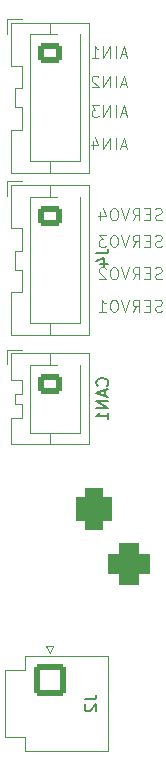
<source format=gbr>
%TF.GenerationSoftware,KiCad,Pcbnew,9.0.0*%
%TF.CreationDate,2025-05-22T12:59:40+09:00*%
%TF.ProjectId,control_unit,636f6e74-726f-46c5-9f75-6e69742e6b69,R1*%
%TF.SameCoordinates,Original*%
%TF.FileFunction,Legend,Bot*%
%TF.FilePolarity,Positive*%
%FSLAX46Y46*%
G04 Gerber Fmt 4.6, Leading zero omitted, Abs format (unit mm)*
G04 Created by KiCad (PCBNEW 9.0.0) date 2025-05-22 12:59:40*
%MOMM*%
%LPD*%
G01*
G04 APERTURE LIST*
G04 Aperture macros list*
%AMRoundRect*
0 Rectangle with rounded corners*
0 $1 Rounding radius*
0 $2 $3 $4 $5 $6 $7 $8 $9 X,Y pos of 4 corners*
0 Add a 4 corners polygon primitive as box body*
4,1,4,$2,$3,$4,$5,$6,$7,$8,$9,$2,$3,0*
0 Add four circle primitives for the rounded corners*
1,1,$1+$1,$2,$3*
1,1,$1+$1,$4,$5*
1,1,$1+$1,$6,$7*
1,1,$1+$1,$8,$9*
0 Add four rect primitives between the rounded corners*
20,1,$1+$1,$2,$3,$4,$5,0*
20,1,$1+$1,$4,$5,$6,$7,0*
20,1,$1+$1,$6,$7,$8,$9,0*
20,1,$1+$1,$8,$9,$2,$3,0*%
G04 Aperture macros list end*
%ADD10C,0.100000*%
%ADD11C,0.150000*%
%ADD12C,0.120000*%
%ADD13C,1.400000*%
%ADD14R,1.800000X1.800000*%
%ADD15C,1.800000*%
%ADD16R,1.700000X1.700000*%
%ADD17O,1.700000X1.700000*%
%ADD18C,3.200000*%
%ADD19C,1.524000*%
%ADD20R,3.500000X3.500000*%
%ADD21RoundRect,0.750000X-0.750000X-1.000000X0.750000X-1.000000X0.750000X1.000000X-0.750000X1.000000X0*%
%ADD22RoundRect,0.875000X-0.875000X-0.875000X0.875000X-0.875000X0.875000X0.875000X-0.875000X0.875000X0*%
%ADD23C,1.250000*%
%ADD24RoundRect,0.250000X-0.725000X0.600000X-0.725000X-0.600000X0.725000X-0.600000X0.725000X0.600000X0*%
%ADD25O,1.950000X1.700000*%
%ADD26RoundRect,0.250001X-1.099999X1.099999X-1.099999X-1.099999X1.099999X-1.099999X1.099999X1.099999X0*%
%ADD27C,2.700000*%
G04 APERTURE END LIST*
D10*
X92019729Y-76435709D02*
X91543539Y-76435709D01*
X92114967Y-76721424D02*
X91781634Y-75721424D01*
X91781634Y-75721424D02*
X91448301Y-76721424D01*
X91114967Y-76721424D02*
X91114967Y-75721424D01*
X90638777Y-76721424D02*
X90638777Y-75721424D01*
X90638777Y-75721424D02*
X90067349Y-76721424D01*
X90067349Y-76721424D02*
X90067349Y-75721424D01*
X89162587Y-76054757D02*
X89162587Y-76721424D01*
X89400682Y-75673805D02*
X89638777Y-76388090D01*
X89638777Y-76388090D02*
X89019730Y-76388090D01*
X92019729Y-73685709D02*
X91543539Y-73685709D01*
X92114967Y-73971424D02*
X91781634Y-72971424D01*
X91781634Y-72971424D02*
X91448301Y-73971424D01*
X91114967Y-73971424D02*
X91114967Y-72971424D01*
X90638777Y-73971424D02*
X90638777Y-72971424D01*
X90638777Y-72971424D02*
X90067349Y-73971424D01*
X90067349Y-73971424D02*
X90067349Y-72971424D01*
X89686396Y-72971424D02*
X89067349Y-72971424D01*
X89067349Y-72971424D02*
X89400682Y-73352376D01*
X89400682Y-73352376D02*
X89257825Y-73352376D01*
X89257825Y-73352376D02*
X89162587Y-73399995D01*
X89162587Y-73399995D02*
X89114968Y-73447614D01*
X89114968Y-73447614D02*
X89067349Y-73542852D01*
X89067349Y-73542852D02*
X89067349Y-73780947D01*
X89067349Y-73780947D02*
X89114968Y-73876185D01*
X89114968Y-73876185D02*
X89162587Y-73923805D01*
X89162587Y-73923805D02*
X89257825Y-73971424D01*
X89257825Y-73971424D02*
X89543539Y-73971424D01*
X89543539Y-73971424D02*
X89638777Y-73923805D01*
X89638777Y-73923805D02*
X89686396Y-73876185D01*
X92019729Y-68685709D02*
X91543539Y-68685709D01*
X92114967Y-68971424D02*
X91781634Y-67971424D01*
X91781634Y-67971424D02*
X91448301Y-68971424D01*
X91114967Y-68971424D02*
X91114967Y-67971424D01*
X90638777Y-68971424D02*
X90638777Y-67971424D01*
X90638777Y-67971424D02*
X90067349Y-68971424D01*
X90067349Y-68971424D02*
X90067349Y-67971424D01*
X89067349Y-68971424D02*
X89638777Y-68971424D01*
X89353063Y-68971424D02*
X89353063Y-67971424D01*
X89353063Y-67971424D02*
X89448301Y-68114281D01*
X89448301Y-68114281D02*
X89543539Y-68209519D01*
X89543539Y-68209519D02*
X89638777Y-68257138D01*
X95019729Y-90423805D02*
X94876872Y-90471424D01*
X94876872Y-90471424D02*
X94638777Y-90471424D01*
X94638777Y-90471424D02*
X94543539Y-90423805D01*
X94543539Y-90423805D02*
X94495920Y-90376185D01*
X94495920Y-90376185D02*
X94448301Y-90280947D01*
X94448301Y-90280947D02*
X94448301Y-90185709D01*
X94448301Y-90185709D02*
X94495920Y-90090471D01*
X94495920Y-90090471D02*
X94543539Y-90042852D01*
X94543539Y-90042852D02*
X94638777Y-89995233D01*
X94638777Y-89995233D02*
X94829253Y-89947614D01*
X94829253Y-89947614D02*
X94924491Y-89899995D01*
X94924491Y-89899995D02*
X94972110Y-89852376D01*
X94972110Y-89852376D02*
X95019729Y-89757138D01*
X95019729Y-89757138D02*
X95019729Y-89661900D01*
X95019729Y-89661900D02*
X94972110Y-89566662D01*
X94972110Y-89566662D02*
X94924491Y-89519043D01*
X94924491Y-89519043D02*
X94829253Y-89471424D01*
X94829253Y-89471424D02*
X94591158Y-89471424D01*
X94591158Y-89471424D02*
X94448301Y-89519043D01*
X94019729Y-89947614D02*
X93686396Y-89947614D01*
X93543539Y-90471424D02*
X94019729Y-90471424D01*
X94019729Y-90471424D02*
X94019729Y-89471424D01*
X94019729Y-89471424D02*
X93543539Y-89471424D01*
X92543539Y-90471424D02*
X92876872Y-89995233D01*
X93114967Y-90471424D02*
X93114967Y-89471424D01*
X93114967Y-89471424D02*
X92734015Y-89471424D01*
X92734015Y-89471424D02*
X92638777Y-89519043D01*
X92638777Y-89519043D02*
X92591158Y-89566662D01*
X92591158Y-89566662D02*
X92543539Y-89661900D01*
X92543539Y-89661900D02*
X92543539Y-89804757D01*
X92543539Y-89804757D02*
X92591158Y-89899995D01*
X92591158Y-89899995D02*
X92638777Y-89947614D01*
X92638777Y-89947614D02*
X92734015Y-89995233D01*
X92734015Y-89995233D02*
X93114967Y-89995233D01*
X92257824Y-89471424D02*
X91924491Y-90471424D01*
X91924491Y-90471424D02*
X91591158Y-89471424D01*
X91067348Y-89471424D02*
X90876872Y-89471424D01*
X90876872Y-89471424D02*
X90781634Y-89519043D01*
X90781634Y-89519043D02*
X90686396Y-89614281D01*
X90686396Y-89614281D02*
X90638777Y-89804757D01*
X90638777Y-89804757D02*
X90638777Y-90138090D01*
X90638777Y-90138090D02*
X90686396Y-90328566D01*
X90686396Y-90328566D02*
X90781634Y-90423805D01*
X90781634Y-90423805D02*
X90876872Y-90471424D01*
X90876872Y-90471424D02*
X91067348Y-90471424D01*
X91067348Y-90471424D02*
X91162586Y-90423805D01*
X91162586Y-90423805D02*
X91257824Y-90328566D01*
X91257824Y-90328566D02*
X91305443Y-90138090D01*
X91305443Y-90138090D02*
X91305443Y-89804757D01*
X91305443Y-89804757D02*
X91257824Y-89614281D01*
X91257824Y-89614281D02*
X91162586Y-89519043D01*
X91162586Y-89519043D02*
X91067348Y-89471424D01*
X89686396Y-90471424D02*
X90257824Y-90471424D01*
X89972110Y-90471424D02*
X89972110Y-89471424D01*
X89972110Y-89471424D02*
X90067348Y-89614281D01*
X90067348Y-89614281D02*
X90162586Y-89709519D01*
X90162586Y-89709519D02*
X90257824Y-89757138D01*
X95019729Y-84923805D02*
X94876872Y-84971424D01*
X94876872Y-84971424D02*
X94638777Y-84971424D01*
X94638777Y-84971424D02*
X94543539Y-84923805D01*
X94543539Y-84923805D02*
X94495920Y-84876185D01*
X94495920Y-84876185D02*
X94448301Y-84780947D01*
X94448301Y-84780947D02*
X94448301Y-84685709D01*
X94448301Y-84685709D02*
X94495920Y-84590471D01*
X94495920Y-84590471D02*
X94543539Y-84542852D01*
X94543539Y-84542852D02*
X94638777Y-84495233D01*
X94638777Y-84495233D02*
X94829253Y-84447614D01*
X94829253Y-84447614D02*
X94924491Y-84399995D01*
X94924491Y-84399995D02*
X94972110Y-84352376D01*
X94972110Y-84352376D02*
X95019729Y-84257138D01*
X95019729Y-84257138D02*
X95019729Y-84161900D01*
X95019729Y-84161900D02*
X94972110Y-84066662D01*
X94972110Y-84066662D02*
X94924491Y-84019043D01*
X94924491Y-84019043D02*
X94829253Y-83971424D01*
X94829253Y-83971424D02*
X94591158Y-83971424D01*
X94591158Y-83971424D02*
X94448301Y-84019043D01*
X94019729Y-84447614D02*
X93686396Y-84447614D01*
X93543539Y-84971424D02*
X94019729Y-84971424D01*
X94019729Y-84971424D02*
X94019729Y-83971424D01*
X94019729Y-83971424D02*
X93543539Y-83971424D01*
X92543539Y-84971424D02*
X92876872Y-84495233D01*
X93114967Y-84971424D02*
X93114967Y-83971424D01*
X93114967Y-83971424D02*
X92734015Y-83971424D01*
X92734015Y-83971424D02*
X92638777Y-84019043D01*
X92638777Y-84019043D02*
X92591158Y-84066662D01*
X92591158Y-84066662D02*
X92543539Y-84161900D01*
X92543539Y-84161900D02*
X92543539Y-84304757D01*
X92543539Y-84304757D02*
X92591158Y-84399995D01*
X92591158Y-84399995D02*
X92638777Y-84447614D01*
X92638777Y-84447614D02*
X92734015Y-84495233D01*
X92734015Y-84495233D02*
X93114967Y-84495233D01*
X92257824Y-83971424D02*
X91924491Y-84971424D01*
X91924491Y-84971424D02*
X91591158Y-83971424D01*
X91067348Y-83971424D02*
X90876872Y-83971424D01*
X90876872Y-83971424D02*
X90781634Y-84019043D01*
X90781634Y-84019043D02*
X90686396Y-84114281D01*
X90686396Y-84114281D02*
X90638777Y-84304757D01*
X90638777Y-84304757D02*
X90638777Y-84638090D01*
X90638777Y-84638090D02*
X90686396Y-84828566D01*
X90686396Y-84828566D02*
X90781634Y-84923805D01*
X90781634Y-84923805D02*
X90876872Y-84971424D01*
X90876872Y-84971424D02*
X91067348Y-84971424D01*
X91067348Y-84971424D02*
X91162586Y-84923805D01*
X91162586Y-84923805D02*
X91257824Y-84828566D01*
X91257824Y-84828566D02*
X91305443Y-84638090D01*
X91305443Y-84638090D02*
X91305443Y-84304757D01*
X91305443Y-84304757D02*
X91257824Y-84114281D01*
X91257824Y-84114281D02*
X91162586Y-84019043D01*
X91162586Y-84019043D02*
X91067348Y-83971424D01*
X90305443Y-83971424D02*
X89686396Y-83971424D01*
X89686396Y-83971424D02*
X90019729Y-84352376D01*
X90019729Y-84352376D02*
X89876872Y-84352376D01*
X89876872Y-84352376D02*
X89781634Y-84399995D01*
X89781634Y-84399995D02*
X89734015Y-84447614D01*
X89734015Y-84447614D02*
X89686396Y-84542852D01*
X89686396Y-84542852D02*
X89686396Y-84780947D01*
X89686396Y-84780947D02*
X89734015Y-84876185D01*
X89734015Y-84876185D02*
X89781634Y-84923805D01*
X89781634Y-84923805D02*
X89876872Y-84971424D01*
X89876872Y-84971424D02*
X90162586Y-84971424D01*
X90162586Y-84971424D02*
X90257824Y-84923805D01*
X90257824Y-84923805D02*
X90305443Y-84876185D01*
X92019729Y-71185709D02*
X91543539Y-71185709D01*
X92114967Y-71471424D02*
X91781634Y-70471424D01*
X91781634Y-70471424D02*
X91448301Y-71471424D01*
X91114967Y-71471424D02*
X91114967Y-70471424D01*
X90638777Y-71471424D02*
X90638777Y-70471424D01*
X90638777Y-70471424D02*
X90067349Y-71471424D01*
X90067349Y-71471424D02*
X90067349Y-70471424D01*
X89638777Y-70566662D02*
X89591158Y-70519043D01*
X89591158Y-70519043D02*
X89495920Y-70471424D01*
X89495920Y-70471424D02*
X89257825Y-70471424D01*
X89257825Y-70471424D02*
X89162587Y-70519043D01*
X89162587Y-70519043D02*
X89114968Y-70566662D01*
X89114968Y-70566662D02*
X89067349Y-70661900D01*
X89067349Y-70661900D02*
X89067349Y-70757138D01*
X89067349Y-70757138D02*
X89114968Y-70899995D01*
X89114968Y-70899995D02*
X89686396Y-71471424D01*
X89686396Y-71471424D02*
X89067349Y-71471424D01*
X95019729Y-87673805D02*
X94876872Y-87721424D01*
X94876872Y-87721424D02*
X94638777Y-87721424D01*
X94638777Y-87721424D02*
X94543539Y-87673805D01*
X94543539Y-87673805D02*
X94495920Y-87626185D01*
X94495920Y-87626185D02*
X94448301Y-87530947D01*
X94448301Y-87530947D02*
X94448301Y-87435709D01*
X94448301Y-87435709D02*
X94495920Y-87340471D01*
X94495920Y-87340471D02*
X94543539Y-87292852D01*
X94543539Y-87292852D02*
X94638777Y-87245233D01*
X94638777Y-87245233D02*
X94829253Y-87197614D01*
X94829253Y-87197614D02*
X94924491Y-87149995D01*
X94924491Y-87149995D02*
X94972110Y-87102376D01*
X94972110Y-87102376D02*
X95019729Y-87007138D01*
X95019729Y-87007138D02*
X95019729Y-86911900D01*
X95019729Y-86911900D02*
X94972110Y-86816662D01*
X94972110Y-86816662D02*
X94924491Y-86769043D01*
X94924491Y-86769043D02*
X94829253Y-86721424D01*
X94829253Y-86721424D02*
X94591158Y-86721424D01*
X94591158Y-86721424D02*
X94448301Y-86769043D01*
X94019729Y-87197614D02*
X93686396Y-87197614D01*
X93543539Y-87721424D02*
X94019729Y-87721424D01*
X94019729Y-87721424D02*
X94019729Y-86721424D01*
X94019729Y-86721424D02*
X93543539Y-86721424D01*
X92543539Y-87721424D02*
X92876872Y-87245233D01*
X93114967Y-87721424D02*
X93114967Y-86721424D01*
X93114967Y-86721424D02*
X92734015Y-86721424D01*
X92734015Y-86721424D02*
X92638777Y-86769043D01*
X92638777Y-86769043D02*
X92591158Y-86816662D01*
X92591158Y-86816662D02*
X92543539Y-86911900D01*
X92543539Y-86911900D02*
X92543539Y-87054757D01*
X92543539Y-87054757D02*
X92591158Y-87149995D01*
X92591158Y-87149995D02*
X92638777Y-87197614D01*
X92638777Y-87197614D02*
X92734015Y-87245233D01*
X92734015Y-87245233D02*
X93114967Y-87245233D01*
X92257824Y-86721424D02*
X91924491Y-87721424D01*
X91924491Y-87721424D02*
X91591158Y-86721424D01*
X91067348Y-86721424D02*
X90876872Y-86721424D01*
X90876872Y-86721424D02*
X90781634Y-86769043D01*
X90781634Y-86769043D02*
X90686396Y-86864281D01*
X90686396Y-86864281D02*
X90638777Y-87054757D01*
X90638777Y-87054757D02*
X90638777Y-87388090D01*
X90638777Y-87388090D02*
X90686396Y-87578566D01*
X90686396Y-87578566D02*
X90781634Y-87673805D01*
X90781634Y-87673805D02*
X90876872Y-87721424D01*
X90876872Y-87721424D02*
X91067348Y-87721424D01*
X91067348Y-87721424D02*
X91162586Y-87673805D01*
X91162586Y-87673805D02*
X91257824Y-87578566D01*
X91257824Y-87578566D02*
X91305443Y-87388090D01*
X91305443Y-87388090D02*
X91305443Y-87054757D01*
X91305443Y-87054757D02*
X91257824Y-86864281D01*
X91257824Y-86864281D02*
X91162586Y-86769043D01*
X91162586Y-86769043D02*
X91067348Y-86721424D01*
X90257824Y-86816662D02*
X90210205Y-86769043D01*
X90210205Y-86769043D02*
X90114967Y-86721424D01*
X90114967Y-86721424D02*
X89876872Y-86721424D01*
X89876872Y-86721424D02*
X89781634Y-86769043D01*
X89781634Y-86769043D02*
X89734015Y-86816662D01*
X89734015Y-86816662D02*
X89686396Y-86911900D01*
X89686396Y-86911900D02*
X89686396Y-87007138D01*
X89686396Y-87007138D02*
X89734015Y-87149995D01*
X89734015Y-87149995D02*
X90305443Y-87721424D01*
X90305443Y-87721424D02*
X89686396Y-87721424D01*
X95019729Y-82673805D02*
X94876872Y-82721424D01*
X94876872Y-82721424D02*
X94638777Y-82721424D01*
X94638777Y-82721424D02*
X94543539Y-82673805D01*
X94543539Y-82673805D02*
X94495920Y-82626185D01*
X94495920Y-82626185D02*
X94448301Y-82530947D01*
X94448301Y-82530947D02*
X94448301Y-82435709D01*
X94448301Y-82435709D02*
X94495920Y-82340471D01*
X94495920Y-82340471D02*
X94543539Y-82292852D01*
X94543539Y-82292852D02*
X94638777Y-82245233D01*
X94638777Y-82245233D02*
X94829253Y-82197614D01*
X94829253Y-82197614D02*
X94924491Y-82149995D01*
X94924491Y-82149995D02*
X94972110Y-82102376D01*
X94972110Y-82102376D02*
X95019729Y-82007138D01*
X95019729Y-82007138D02*
X95019729Y-81911900D01*
X95019729Y-81911900D02*
X94972110Y-81816662D01*
X94972110Y-81816662D02*
X94924491Y-81769043D01*
X94924491Y-81769043D02*
X94829253Y-81721424D01*
X94829253Y-81721424D02*
X94591158Y-81721424D01*
X94591158Y-81721424D02*
X94448301Y-81769043D01*
X94019729Y-82197614D02*
X93686396Y-82197614D01*
X93543539Y-82721424D02*
X94019729Y-82721424D01*
X94019729Y-82721424D02*
X94019729Y-81721424D01*
X94019729Y-81721424D02*
X93543539Y-81721424D01*
X92543539Y-82721424D02*
X92876872Y-82245233D01*
X93114967Y-82721424D02*
X93114967Y-81721424D01*
X93114967Y-81721424D02*
X92734015Y-81721424D01*
X92734015Y-81721424D02*
X92638777Y-81769043D01*
X92638777Y-81769043D02*
X92591158Y-81816662D01*
X92591158Y-81816662D02*
X92543539Y-81911900D01*
X92543539Y-81911900D02*
X92543539Y-82054757D01*
X92543539Y-82054757D02*
X92591158Y-82149995D01*
X92591158Y-82149995D02*
X92638777Y-82197614D01*
X92638777Y-82197614D02*
X92734015Y-82245233D01*
X92734015Y-82245233D02*
X93114967Y-82245233D01*
X92257824Y-81721424D02*
X91924491Y-82721424D01*
X91924491Y-82721424D02*
X91591158Y-81721424D01*
X91067348Y-81721424D02*
X90876872Y-81721424D01*
X90876872Y-81721424D02*
X90781634Y-81769043D01*
X90781634Y-81769043D02*
X90686396Y-81864281D01*
X90686396Y-81864281D02*
X90638777Y-82054757D01*
X90638777Y-82054757D02*
X90638777Y-82388090D01*
X90638777Y-82388090D02*
X90686396Y-82578566D01*
X90686396Y-82578566D02*
X90781634Y-82673805D01*
X90781634Y-82673805D02*
X90876872Y-82721424D01*
X90876872Y-82721424D02*
X91067348Y-82721424D01*
X91067348Y-82721424D02*
X91162586Y-82673805D01*
X91162586Y-82673805D02*
X91257824Y-82578566D01*
X91257824Y-82578566D02*
X91305443Y-82388090D01*
X91305443Y-82388090D02*
X91305443Y-82054757D01*
X91305443Y-82054757D02*
X91257824Y-81864281D01*
X91257824Y-81864281D02*
X91162586Y-81769043D01*
X91162586Y-81769043D02*
X91067348Y-81721424D01*
X89781634Y-82054757D02*
X89781634Y-82721424D01*
X90019729Y-81673805D02*
X90257824Y-82388090D01*
X90257824Y-82388090D02*
X89638777Y-82388090D01*
D11*
X89480814Y-85515671D02*
X90195099Y-85515671D01*
X90195099Y-85515671D02*
X90337956Y-85468052D01*
X90337956Y-85468052D02*
X90433195Y-85372814D01*
X90433195Y-85372814D02*
X90480814Y-85229957D01*
X90480814Y-85229957D02*
X90480814Y-85134719D01*
X89814147Y-86420433D02*
X90480814Y-86420433D01*
X89433195Y-86182338D02*
X90147480Y-85944243D01*
X90147480Y-85944243D02*
X90147480Y-86563290D01*
X90385575Y-96729957D02*
X90433195Y-96682338D01*
X90433195Y-96682338D02*
X90480814Y-96539481D01*
X90480814Y-96539481D02*
X90480814Y-96444243D01*
X90480814Y-96444243D02*
X90433195Y-96301386D01*
X90433195Y-96301386D02*
X90337956Y-96206148D01*
X90337956Y-96206148D02*
X90242718Y-96158529D01*
X90242718Y-96158529D02*
X90052242Y-96110910D01*
X90052242Y-96110910D02*
X89909385Y-96110910D01*
X89909385Y-96110910D02*
X89718909Y-96158529D01*
X89718909Y-96158529D02*
X89623671Y-96206148D01*
X89623671Y-96206148D02*
X89528433Y-96301386D01*
X89528433Y-96301386D02*
X89480814Y-96444243D01*
X89480814Y-96444243D02*
X89480814Y-96539481D01*
X89480814Y-96539481D02*
X89528433Y-96682338D01*
X89528433Y-96682338D02*
X89576052Y-96729957D01*
X90195099Y-97110910D02*
X90195099Y-97587100D01*
X90480814Y-97015672D02*
X89480814Y-97349005D01*
X89480814Y-97349005D02*
X90480814Y-97682338D01*
X90480814Y-98015672D02*
X89480814Y-98015672D01*
X89480814Y-98015672D02*
X90480814Y-98587100D01*
X90480814Y-98587100D02*
X89480814Y-98587100D01*
X90480814Y-99587100D02*
X90480814Y-99015672D01*
X90480814Y-99301386D02*
X89480814Y-99301386D01*
X89480814Y-99301386D02*
X89623671Y-99206148D01*
X89623671Y-99206148D02*
X89718909Y-99110910D01*
X89718909Y-99110910D02*
X89766528Y-99015672D01*
X88480814Y-123285671D02*
X89195099Y-123285671D01*
X89195099Y-123285671D02*
X89337956Y-123238052D01*
X89337956Y-123238052D02*
X89433195Y-123142814D01*
X89433195Y-123142814D02*
X89480814Y-122999957D01*
X89480814Y-122999957D02*
X89480814Y-122904719D01*
X88576052Y-123714243D02*
X88528433Y-123761862D01*
X88528433Y-123761862D02*
X88480814Y-123857100D01*
X88480814Y-123857100D02*
X88480814Y-124095195D01*
X88480814Y-124095195D02*
X88528433Y-124190433D01*
X88528433Y-124190433D02*
X88576052Y-124238052D01*
X88576052Y-124238052D02*
X88671290Y-124285671D01*
X88671290Y-124285671D02*
X88766528Y-124285671D01*
X88766528Y-124285671D02*
X88909385Y-124238052D01*
X88909385Y-124238052D02*
X89480814Y-123666624D01*
X89480814Y-123666624D02*
X89480814Y-124285671D01*
D12*
%TO.C,J4*%
X81915995Y-79439005D02*
X83165995Y-79439005D01*
X81915995Y-80689005D02*
X81915995Y-79439005D01*
X82215995Y-79739005D02*
X88835995Y-79739005D01*
X82215995Y-83399005D02*
X82215995Y-79739005D01*
X82215995Y-88799005D02*
X83215995Y-88799005D01*
X82215995Y-92459005D02*
X82215995Y-88799005D01*
X82615995Y-85299005D02*
X83215995Y-85299005D01*
X82615995Y-86899005D02*
X82615995Y-85299005D01*
X83215995Y-83399005D02*
X82215995Y-83399005D01*
X83215995Y-85299005D02*
X83215995Y-83399005D01*
X83215995Y-86899005D02*
X82615995Y-86899005D01*
X83215995Y-88799005D02*
X83215995Y-86899005D01*
X83825995Y-80749005D02*
X83825995Y-91449005D01*
X83825995Y-91449005D02*
X88125995Y-91449005D01*
X85525995Y-79739005D02*
X85525995Y-80749005D01*
X85525995Y-92459005D02*
X85525995Y-91449005D01*
X86125995Y-80749005D02*
X83825995Y-80749005D01*
X88125995Y-91449005D02*
X88125995Y-80749005D01*
X88835995Y-79739005D02*
X88835995Y-92459005D01*
X88835995Y-92459005D02*
X82215995Y-92459005D01*
%TO.C,CAN1*%
X81915995Y-93689005D02*
X83165995Y-93689005D01*
X81915995Y-94939005D02*
X81915995Y-93689005D01*
X82215995Y-93989005D02*
X88835995Y-93989005D01*
X82215995Y-96249005D02*
X82215995Y-93989005D01*
X82215995Y-99449005D02*
X83215995Y-99449005D01*
X82215995Y-101709005D02*
X82215995Y-99449005D01*
X82615995Y-97449005D02*
X83215995Y-97449005D01*
X82615995Y-98249005D02*
X82615995Y-97449005D01*
X83215995Y-96249005D02*
X82215995Y-96249005D01*
X83215995Y-97449005D02*
X83215995Y-96249005D01*
X83215995Y-98249005D02*
X82615995Y-98249005D01*
X83215995Y-99449005D02*
X83215995Y-98249005D01*
X83825995Y-94999005D02*
X83825995Y-100699005D01*
X83825995Y-100699005D02*
X88125995Y-100699005D01*
X85525995Y-93989005D02*
X85525995Y-94999005D01*
X85525995Y-101709005D02*
X85525995Y-100699005D01*
X86125995Y-94999005D02*
X83825995Y-94999005D01*
X88125995Y-100699005D02*
X88125995Y-94999005D01*
X88835995Y-93989005D02*
X88835995Y-101709005D01*
X88835995Y-101709005D02*
X82215995Y-101709005D01*
%TO.C,J2*%
X81715995Y-120779005D02*
X81715995Y-126459005D01*
X81715995Y-126459005D02*
X83415995Y-126459005D01*
X83415995Y-119579005D02*
X83415995Y-120779005D01*
X83415995Y-120779005D02*
X81715995Y-120779005D01*
X83415995Y-126459005D02*
X83415995Y-127659005D01*
X83415995Y-127659005D02*
X90435995Y-127659005D01*
X85225995Y-118779005D02*
X85525995Y-119379005D01*
X85525995Y-119379005D02*
X85825995Y-118779005D01*
X85825995Y-118779005D02*
X85225995Y-118779005D01*
X90435995Y-119579005D02*
X83415995Y-119579005D01*
X90435995Y-127659005D02*
X90435995Y-119579005D01*
%TO.C,Analog_IN1*%
X81915995Y-65689005D02*
X83165995Y-65689005D01*
X81915995Y-66939005D02*
X81915995Y-65689005D01*
X82215995Y-65989005D02*
X88835995Y-65989005D01*
X82215995Y-69649005D02*
X82215995Y-65989005D01*
X82215995Y-75049005D02*
X83215995Y-75049005D01*
X82215995Y-78709005D02*
X82215995Y-75049005D01*
X82615995Y-71549005D02*
X83215995Y-71549005D01*
X82615995Y-73149005D02*
X82615995Y-71549005D01*
X83215995Y-69649005D02*
X82215995Y-69649005D01*
X83215995Y-71549005D02*
X83215995Y-69649005D01*
X83215995Y-73149005D02*
X82615995Y-73149005D01*
X83215995Y-75049005D02*
X83215995Y-73149005D01*
X83825995Y-66999005D02*
X83825995Y-77699005D01*
X83825995Y-77699005D02*
X88125995Y-77699005D01*
X85525995Y-65989005D02*
X85525995Y-66999005D01*
X85525995Y-78709005D02*
X85525995Y-77699005D01*
X86125995Y-66999005D02*
X83825995Y-66999005D01*
X88125995Y-77699005D02*
X88125995Y-66999005D01*
X88835995Y-65989005D02*
X88835995Y-78709005D01*
X88835995Y-78709005D02*
X82215995Y-78709005D01*
%TD*%
%LPC*%
D13*
%TO.C,TP2*%
X86525995Y-133849005D03*
%TD*%
%TO.C,JP1*%
X148852195Y-91234005D03*
X151392195Y-91234005D03*
%TD*%
D14*
%TO.C,R11*%
X158775995Y-89849005D03*
X156235995Y-87309005D03*
X158775995Y-84769005D03*
%TD*%
D15*
%TO.C,U15*%
X152085995Y-95789005D03*
X149545995Y-95789005D03*
X147005995Y-95789005D03*
X144465995Y-95789005D03*
X144465995Y-103409005D03*
X147005995Y-103409005D03*
X149545995Y-103409005D03*
X152085995Y-103409005D03*
%TD*%
D16*
%TO.C,J7*%
X157775995Y-124074005D03*
D17*
X157775995Y-126614005D03*
X157775995Y-129154005D03*
%TD*%
D16*
%TO.C,M2*%
X100525995Y-105324005D03*
D17*
X100525995Y-107864005D03*
%TD*%
D18*
%TO.C,H1*%
X86025995Y-57099005D03*
%TD*%
%TO.C,U2*%
X94025995Y-68599005D03*
X94075995Y-117599005D03*
X105525995Y-76349005D03*
X105525995Y-100349005D03*
X129525995Y-76349005D03*
X129525995Y-100349005D03*
X152025995Y-68599005D03*
X152025995Y-117599005D03*
D19*
X98895995Y-69869005D03*
X98895995Y-67329005D03*
X101435995Y-69869005D03*
X101435995Y-67329005D03*
X103975995Y-69869005D03*
X103975995Y-67329005D03*
X106515995Y-69869005D03*
X106515995Y-67329005D03*
X109055995Y-69869005D03*
X109055995Y-67329005D03*
X111595995Y-69869005D03*
X111595995Y-67329005D03*
X114135995Y-69869005D03*
X114135995Y-67329005D03*
X116675995Y-69869005D03*
X116675995Y-67329005D03*
X119215995Y-69869005D03*
X119215995Y-67329005D03*
X121755995Y-69869005D03*
X121755995Y-67329005D03*
X124295995Y-69869005D03*
X124295995Y-67329005D03*
X126835995Y-69869005D03*
X126835995Y-67329005D03*
X129375995Y-69869005D03*
X129375995Y-67329005D03*
X131915995Y-69869005D03*
X131915995Y-67329005D03*
X134455995Y-69869005D03*
X134455995Y-67329005D03*
X136995995Y-69869005D03*
X136995995Y-67329005D03*
X139535995Y-69869005D03*
X139535995Y-67329005D03*
X142075995Y-69869005D03*
X142075995Y-67329005D03*
X144615995Y-69869005D03*
X144615995Y-67329005D03*
X147155995Y-69869005D03*
X147155995Y-67329005D03*
%TD*%
D18*
%TO.C,H4*%
X176025995Y-57099005D03*
%TD*%
D20*
%TO.C,J9*%
X95250000Y-107141505D03*
D21*
X89250000Y-107141505D03*
D22*
X92250000Y-111841505D03*
%TD*%
D16*
%TO.C,J5*%
X149275995Y-124059005D03*
D17*
X149275995Y-126599005D03*
X149275995Y-129139005D03*
%TD*%
D16*
%TO.C,J8*%
X162275995Y-124059005D03*
D17*
X162275995Y-126599005D03*
X162275995Y-129139005D03*
%TD*%
D18*
%TO.C,H6*%
X176025995Y-124599005D03*
%TD*%
D16*
%TO.C,J1*%
X166500995Y-128824005D03*
D17*
X169040995Y-128824005D03*
X166500995Y-131364005D03*
X169040995Y-131364005D03*
X166500995Y-133904005D03*
X169040995Y-133904005D03*
%TD*%
D16*
%TO.C,CAN2*%
X91775995Y-96599005D03*
D17*
X91775995Y-99139005D03*
%TD*%
D16*
%TO.C,J6*%
X153525995Y-124059005D03*
D17*
X153525995Y-126599005D03*
X153525995Y-129139005D03*
%TD*%
D13*
%TO.C,TP1*%
X124425995Y-106299005D03*
%TD*%
D18*
%TO.C,H3*%
X176025995Y-142099005D03*
%TD*%
%TO.C,H5*%
X176025995Y-74599005D03*
%TD*%
D16*
%TO.C,M1*%
X127025995Y-110559005D03*
D17*
X127025995Y-113099005D03*
X127025995Y-115639005D03*
%TD*%
D18*
%TO.C,H2*%
X86025995Y-142099005D03*
%TD*%
D13*
%TO.C,TP4*%
X112525995Y-115349005D03*
%TD*%
D23*
%TO.C,J4*%
X87125995Y-80749005D03*
D24*
X85525995Y-82349005D03*
D25*
X85525995Y-84849005D03*
X85525995Y-87349005D03*
X85525995Y-89849005D03*
%TD*%
D23*
%TO.C,CAN1*%
X87125995Y-94999005D03*
D24*
X85525995Y-96599005D03*
D25*
X85525995Y-99099005D03*
%TD*%
D26*
%TO.C,J2*%
X85525995Y-121639005D03*
D27*
X85525995Y-125599005D03*
%TD*%
D23*
%TO.C,Analog_IN1*%
X87125995Y-66999005D03*
D24*
X85525995Y-68599005D03*
D25*
X85525995Y-71099005D03*
X85525995Y-73599005D03*
X85525995Y-76099005D03*
%TD*%
%LPD*%
M02*

</source>
